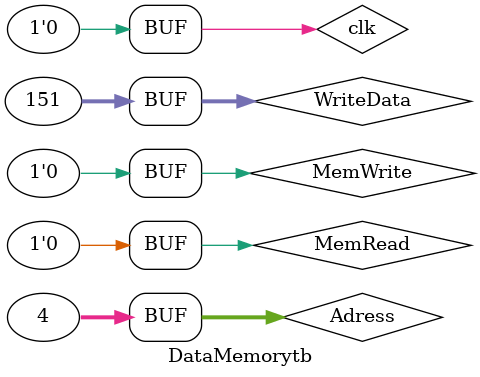
<source format=v>
`timescale 1ns / 1ps
module DataMemorytb();
reg clk,MemWrite , MemRead;
reg [31:0] WriteData , Adress;
wire [31:0] readdata;
    always begin
        clk = 1;
        #10;
        clk = 0;
        #10;
        end
    initial begin
        MemWrite = 1;
        Adress = 6;
        WriteData = 151;
        #50;
        MemWrite = 0;
        #50;
        MemRead = 1;
        Adress = 4;
        #50;
        MemRead = 0;
        #50;
    end
    DataMemory dm(clk,Adress,MemWrite,MemRead,WriteData,readdata);
endmodule

</source>
